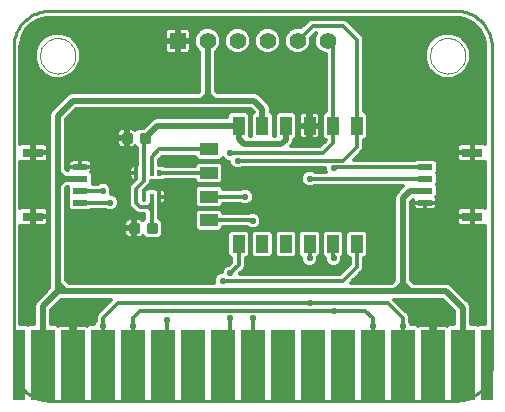
<source format=gtl>
G75*
G70*
%OFA0B0*%
%FSLAX24Y24*%
%IPPOS*%
%LPD*%
%AMOC8*
5,1,8,0,0,1.08239X$1,22.5*
%
%ADD10C,0.0100*%
%ADD11R,0.0787X0.2362*%
%ADD12R,0.0394X0.2362*%
%ADD13C,0.0000*%
%ADD14R,0.0472X0.0197*%
%ADD15R,0.0709X0.0315*%
%ADD16R,0.0550X0.0550*%
%ADD17C,0.0550*%
%ADD18R,0.0394X0.0591*%
%ADD19R,0.0591X0.0394*%
%ADD20R,0.0138X0.0197*%
%ADD21C,0.0088*%
%ADD22C,0.0120*%
%ADD23C,0.0220*%
%ADD24C,0.0200*%
D10*
X000328Y001364D02*
X000328Y011956D01*
X000330Y012023D01*
X000336Y012090D01*
X000345Y012157D01*
X000358Y012223D01*
X000375Y012288D01*
X000395Y012352D01*
X000419Y012415D01*
X000447Y012477D01*
X000478Y012536D01*
X000512Y012594D01*
X000549Y012650D01*
X000590Y012704D01*
X000633Y012756D01*
X000679Y012805D01*
X000728Y012851D01*
X000780Y012894D01*
X000834Y012935D01*
X000890Y012972D01*
X000948Y013006D01*
X001007Y013037D01*
X001069Y013065D01*
X001132Y013089D01*
X001196Y013109D01*
X001261Y013126D01*
X001327Y013139D01*
X001394Y013148D01*
X001461Y013154D01*
X001528Y013156D01*
X015072Y013156D01*
X015139Y013154D01*
X015206Y013148D01*
X015273Y013139D01*
X015339Y013126D01*
X015404Y013109D01*
X015468Y013089D01*
X015531Y013065D01*
X015593Y013037D01*
X015652Y013006D01*
X015710Y012972D01*
X015766Y012935D01*
X015820Y012894D01*
X015872Y012851D01*
X015921Y012805D01*
X015967Y012756D01*
X016010Y012704D01*
X016051Y012650D01*
X016088Y012594D01*
X016122Y012536D01*
X016153Y012477D01*
X016181Y012415D01*
X016205Y012352D01*
X016225Y012288D01*
X016242Y012223D01*
X016255Y012157D01*
X016264Y012090D01*
X016270Y012023D01*
X016272Y011956D01*
X016272Y001364D01*
X016270Y001297D01*
X016264Y001230D01*
X016255Y001163D01*
X016242Y001097D01*
X016225Y001032D01*
X016205Y000968D01*
X016181Y000905D01*
X016153Y000843D01*
X016122Y000784D01*
X016088Y000726D01*
X016051Y000670D01*
X016010Y000616D01*
X015967Y000564D01*
X015921Y000515D01*
X015872Y000469D01*
X015820Y000426D01*
X015766Y000385D01*
X015710Y000348D01*
X015652Y000314D01*
X015593Y000283D01*
X015531Y000255D01*
X015468Y000231D01*
X015404Y000211D01*
X015339Y000194D01*
X015273Y000181D01*
X015206Y000172D01*
X015139Y000166D01*
X015072Y000164D01*
X001528Y000164D01*
X001461Y000166D01*
X001394Y000172D01*
X001327Y000181D01*
X001261Y000194D01*
X001196Y000211D01*
X001132Y000231D01*
X001069Y000255D01*
X001007Y000283D01*
X000948Y000314D01*
X000890Y000348D01*
X000834Y000385D01*
X000780Y000426D01*
X000728Y000469D01*
X000679Y000515D01*
X000633Y000564D01*
X000590Y000616D01*
X000549Y000670D01*
X000512Y000726D01*
X000478Y000784D01*
X000447Y000843D01*
X000419Y000905D01*
X000395Y000968D01*
X000375Y001032D01*
X000358Y001097D01*
X000345Y001163D01*
X000336Y001230D01*
X000330Y001297D01*
X000328Y001364D01*
D11*
X001300Y001348D03*
X002300Y001348D03*
X003300Y001348D03*
X004300Y001348D03*
X005300Y001348D03*
X006300Y001348D03*
X007300Y001348D03*
X008300Y001348D03*
X009300Y001348D03*
X010300Y001348D03*
X011300Y001348D03*
X012300Y001348D03*
X013300Y001348D03*
X014300Y001348D03*
X015300Y001348D03*
D12*
X016095Y001348D03*
X000505Y001348D03*
D13*
X001209Y011660D02*
X001211Y011708D01*
X001217Y011756D01*
X001227Y011803D01*
X001240Y011849D01*
X001258Y011894D01*
X001278Y011938D01*
X001303Y011980D01*
X001331Y012019D01*
X001361Y012056D01*
X001395Y012090D01*
X001432Y012122D01*
X001470Y012151D01*
X001511Y012176D01*
X001554Y012198D01*
X001599Y012216D01*
X001645Y012230D01*
X001692Y012241D01*
X001740Y012248D01*
X001788Y012251D01*
X001836Y012250D01*
X001884Y012245D01*
X001932Y012236D01*
X001978Y012224D01*
X002023Y012207D01*
X002067Y012187D01*
X002109Y012164D01*
X002149Y012137D01*
X002187Y012107D01*
X002222Y012074D01*
X002254Y012038D01*
X002284Y012000D01*
X002310Y011959D01*
X002332Y011916D01*
X002352Y011872D01*
X002367Y011827D01*
X002379Y011780D01*
X002387Y011732D01*
X002391Y011684D01*
X002391Y011636D01*
X002387Y011588D01*
X002379Y011540D01*
X002367Y011493D01*
X002352Y011448D01*
X002332Y011404D01*
X002310Y011361D01*
X002284Y011320D01*
X002254Y011282D01*
X002222Y011246D01*
X002187Y011213D01*
X002149Y011183D01*
X002109Y011156D01*
X002067Y011133D01*
X002023Y011113D01*
X001978Y011096D01*
X001932Y011084D01*
X001884Y011075D01*
X001836Y011070D01*
X001788Y011069D01*
X001740Y011072D01*
X001692Y011079D01*
X001645Y011090D01*
X001599Y011104D01*
X001554Y011122D01*
X001511Y011144D01*
X001470Y011169D01*
X001432Y011198D01*
X001395Y011230D01*
X001361Y011264D01*
X001331Y011301D01*
X001303Y011340D01*
X001278Y011382D01*
X001258Y011426D01*
X001240Y011471D01*
X001227Y011517D01*
X001217Y011564D01*
X001211Y011612D01*
X001209Y011660D01*
X014209Y011660D02*
X014211Y011708D01*
X014217Y011756D01*
X014227Y011803D01*
X014240Y011849D01*
X014258Y011894D01*
X014278Y011938D01*
X014303Y011980D01*
X014331Y012019D01*
X014361Y012056D01*
X014395Y012090D01*
X014432Y012122D01*
X014470Y012151D01*
X014511Y012176D01*
X014554Y012198D01*
X014599Y012216D01*
X014645Y012230D01*
X014692Y012241D01*
X014740Y012248D01*
X014788Y012251D01*
X014836Y012250D01*
X014884Y012245D01*
X014932Y012236D01*
X014978Y012224D01*
X015023Y012207D01*
X015067Y012187D01*
X015109Y012164D01*
X015149Y012137D01*
X015187Y012107D01*
X015222Y012074D01*
X015254Y012038D01*
X015284Y012000D01*
X015310Y011959D01*
X015332Y011916D01*
X015352Y011872D01*
X015367Y011827D01*
X015379Y011780D01*
X015387Y011732D01*
X015391Y011684D01*
X015391Y011636D01*
X015387Y011588D01*
X015379Y011540D01*
X015367Y011493D01*
X015352Y011448D01*
X015332Y011404D01*
X015310Y011361D01*
X015284Y011320D01*
X015254Y011282D01*
X015222Y011246D01*
X015187Y011213D01*
X015149Y011183D01*
X015109Y011156D01*
X015067Y011133D01*
X015023Y011113D01*
X014978Y011096D01*
X014932Y011084D01*
X014884Y011075D01*
X014836Y011070D01*
X014788Y011069D01*
X014740Y011072D01*
X014692Y011079D01*
X014645Y011090D01*
X014599Y011104D01*
X014554Y011122D01*
X014511Y011144D01*
X014470Y011169D01*
X014432Y011198D01*
X014395Y011230D01*
X014361Y011264D01*
X014331Y011301D01*
X014303Y011340D01*
X014278Y011382D01*
X014258Y011426D01*
X014240Y011471D01*
X014227Y011517D01*
X014217Y011564D01*
X014211Y011612D01*
X014209Y011660D01*
D14*
X014050Y007951D03*
X014050Y007557D03*
X014050Y007163D03*
X014050Y006769D03*
X002550Y006769D03*
X002550Y007163D03*
X002550Y007557D03*
X002550Y007951D03*
D15*
X000975Y008423D03*
X000975Y006297D03*
X015625Y006297D03*
X015625Y008423D03*
D16*
X005800Y012160D03*
D17*
X006800Y012160D03*
X007800Y012160D03*
X008800Y012160D03*
X009800Y012160D03*
X010800Y012160D03*
D18*
X010981Y009329D03*
X010194Y009329D03*
X009406Y009329D03*
X008619Y009329D03*
X007831Y009329D03*
X011769Y009329D03*
X011769Y005391D03*
X010981Y005391D03*
X010194Y005391D03*
X009406Y005391D03*
X008619Y005391D03*
X007831Y005391D03*
D19*
X006847Y006179D03*
X006847Y006966D03*
X006847Y007754D03*
X006847Y008541D03*
D20*
X005184Y007754D03*
X004928Y007754D03*
X004672Y007754D03*
X004416Y007754D03*
X004416Y006966D03*
X004672Y006966D03*
X004928Y006966D03*
X005184Y006966D03*
D21*
X005081Y006041D02*
X004819Y006041D01*
X005081Y006041D02*
X005081Y005779D01*
X004819Y005779D01*
X004819Y006041D01*
X004819Y005866D02*
X005081Y005866D01*
X005081Y005953D02*
X004819Y005953D01*
X004819Y006040D02*
X005081Y006040D01*
X004481Y006041D02*
X004219Y006041D01*
X004481Y006041D02*
X004481Y005779D01*
X004219Y005779D01*
X004219Y006041D01*
X004219Y005866D02*
X004481Y005866D01*
X004481Y005953D02*
X004219Y005953D01*
X004219Y006040D02*
X004481Y006040D01*
X004569Y009041D02*
X004831Y009041D01*
X004831Y008779D01*
X004569Y008779D01*
X004569Y009041D01*
X004569Y008866D02*
X004831Y008866D01*
X004831Y008953D02*
X004569Y008953D01*
X004569Y009040D02*
X004831Y009040D01*
X004231Y009041D02*
X003969Y009041D01*
X004231Y009041D02*
X004231Y008779D01*
X003969Y008779D01*
X003969Y009041D01*
X003969Y008866D02*
X004231Y008866D01*
X004231Y008953D02*
X003969Y008953D01*
X003969Y009040D02*
X004231Y009040D01*
D22*
X004128Y009030D02*
X004072Y009030D01*
X004072Y008938D02*
X004072Y009245D01*
X003942Y009245D01*
X003890Y009231D01*
X003844Y009204D01*
X003806Y009166D01*
X003779Y009120D01*
X003765Y009068D01*
X003765Y008938D01*
X004072Y008938D01*
X004128Y008938D01*
X004128Y009245D01*
X004258Y009245D01*
X004310Y009231D01*
X004356Y009204D01*
X004386Y009175D01*
X004476Y009265D01*
X004659Y009265D01*
X004960Y009566D01*
X005063Y009609D01*
X007455Y009609D01*
X007455Y009698D01*
X007560Y009804D01*
X008103Y009804D01*
X008208Y009698D01*
X008208Y008990D01*
X008242Y008990D01*
X008242Y009698D01*
X008329Y009785D01*
X008234Y009880D01*
X002416Y009880D01*
X002080Y009544D01*
X002080Y007876D01*
X002119Y007837D01*
X002154Y007837D01*
X002154Y007951D01*
X002550Y007951D01*
X002550Y008209D01*
X002293Y008209D01*
X002252Y008198D01*
X002216Y008177D01*
X002186Y008147D01*
X002165Y008111D01*
X002154Y008070D01*
X002154Y007951D01*
X002550Y007951D01*
X002550Y007951D01*
X002550Y008209D01*
X002807Y008209D01*
X002848Y008198D01*
X002884Y008177D01*
X002914Y008147D01*
X002935Y008111D01*
X002946Y008070D01*
X002946Y007951D01*
X002550Y007951D01*
X002550Y007951D01*
X002550Y007951D01*
X002946Y007951D01*
X002946Y007831D01*
X002935Y007790D01*
X002924Y007772D01*
X002966Y007730D01*
X002966Y007403D01*
X003133Y007403D01*
X003136Y007406D01*
X003242Y007450D01*
X003358Y007450D01*
X003464Y007406D01*
X003546Y007324D01*
X003590Y007218D01*
X003590Y007102D01*
X003568Y007050D01*
X003608Y007050D01*
X003714Y007006D01*
X003796Y006924D01*
X003840Y006818D01*
X003840Y006702D01*
X003796Y006596D01*
X003714Y006514D01*
X003608Y006470D01*
X003492Y006470D01*
X003386Y006514D01*
X003370Y006529D01*
X002899Y006529D01*
X002861Y006491D01*
X002239Y006491D01*
X002134Y006596D01*
X002134Y006942D01*
X002158Y006966D01*
X002134Y006990D01*
X002134Y007277D01*
X002113Y007277D01*
X002080Y007244D01*
X002080Y004176D01*
X002166Y004090D01*
X007015Y004090D01*
X007010Y004102D01*
X007010Y004218D01*
X007054Y004324D01*
X007136Y004406D01*
X007242Y004450D01*
X007260Y004450D01*
X007260Y004468D01*
X007304Y004574D01*
X007386Y004656D01*
X007492Y004700D01*
X007501Y004700D01*
X007591Y004791D01*
X007591Y004916D01*
X007560Y004916D01*
X007455Y005022D01*
X007455Y005761D01*
X007560Y005867D01*
X008103Y005867D01*
X008208Y005761D01*
X008208Y005022D01*
X008103Y004916D01*
X008071Y004916D01*
X008071Y004644D01*
X008035Y004556D01*
X007879Y004400D01*
X011201Y004400D01*
X011529Y004728D01*
X011529Y004916D01*
X011497Y004916D01*
X011392Y005022D01*
X011392Y005761D01*
X011497Y005867D01*
X012040Y005867D01*
X012145Y005761D01*
X012145Y005022D01*
X012040Y004916D01*
X012009Y004916D01*
X012009Y004581D01*
X011972Y004493D01*
X011569Y004090D01*
X012934Y004090D01*
X013020Y004176D01*
X013020Y006966D01*
X013063Y007069D01*
X013141Y007147D01*
X013311Y007317D01*
X010367Y007317D01*
X010364Y007314D01*
X010258Y007270D01*
X010142Y007270D01*
X010036Y007314D01*
X009954Y007396D01*
X009910Y007502D01*
X009910Y007618D01*
X009954Y007724D01*
X010036Y007806D01*
X010142Y007850D01*
X010258Y007850D01*
X010364Y007806D01*
X010373Y007797D01*
X010733Y007797D01*
X010710Y007852D01*
X010710Y007920D01*
X007970Y007920D01*
X007964Y007914D01*
X007858Y007870D01*
X007742Y007870D01*
X007636Y007914D01*
X007554Y007996D01*
X007510Y008102D01*
X007510Y008120D01*
X007492Y008120D01*
X007386Y008164D01*
X007304Y008246D01*
X007303Y008250D01*
X007217Y008164D01*
X006477Y008164D01*
X006372Y008270D01*
X006372Y008301D01*
X005281Y008301D01*
X005168Y008189D01*
X005168Y008032D01*
X005327Y008032D01*
X005366Y007994D01*
X006372Y007994D01*
X006372Y008025D01*
X006477Y008131D01*
X007217Y008131D01*
X007323Y008025D01*
X007323Y007482D01*
X007217Y007377D01*
X006477Y007377D01*
X006372Y007482D01*
X006372Y007514D01*
X005366Y007514D01*
X005327Y007475D01*
X004912Y007475D01*
X004912Y007434D01*
X004876Y007346D01*
X004754Y007225D01*
X004762Y007225D01*
X004764Y007224D01*
X004784Y007245D01*
X005071Y007245D01*
X005092Y007224D01*
X005094Y007225D01*
X005184Y007225D01*
X005184Y006966D01*
X005184Y006708D01*
X005274Y006708D01*
X005315Y006719D01*
X005351Y006740D01*
X005381Y006770D01*
X005402Y006806D01*
X005413Y006847D01*
X005413Y006966D01*
X005184Y006966D01*
X005184Y006966D01*
X005184Y006966D01*
X005184Y006708D01*
X005168Y006708D01*
X005168Y006265D01*
X005174Y006265D01*
X005305Y006134D01*
X005305Y005686D01*
X005174Y005555D01*
X004726Y005555D01*
X004636Y005645D01*
X004606Y005616D01*
X004560Y005589D01*
X004508Y005575D01*
X004378Y005575D01*
X004378Y005882D01*
X004322Y005882D01*
X004322Y005575D01*
X004192Y005575D01*
X004140Y005589D01*
X004094Y005616D01*
X004056Y005654D01*
X004029Y005700D01*
X004015Y005752D01*
X004015Y005882D01*
X004322Y005882D01*
X004322Y005938D01*
X004322Y006245D01*
X004192Y006245D01*
X004140Y006231D01*
X004094Y006204D01*
X004056Y006166D01*
X004029Y006120D01*
X004015Y006068D01*
X004015Y005938D01*
X004322Y005938D01*
X004378Y005938D01*
X004378Y006245D01*
X004508Y006245D01*
X004560Y006231D01*
X004606Y006204D01*
X004636Y006175D01*
X004688Y006227D01*
X004688Y006370D01*
X004502Y006370D01*
X004414Y006407D01*
X004347Y006474D01*
X004213Y006608D01*
X004176Y006696D01*
X004176Y006784D01*
X004167Y006793D01*
X004167Y007139D01*
X004176Y007148D01*
X004176Y007274D01*
X004213Y007362D01*
X004280Y007430D01*
X004280Y007430D01*
X004346Y007495D01*
X004326Y007495D01*
X004285Y007506D01*
X004249Y007527D01*
X004219Y007557D01*
X004198Y007594D01*
X004187Y007634D01*
X004187Y007754D01*
X004416Y007754D01*
X004416Y008012D01*
X004326Y008012D01*
X004285Y008001D01*
X004249Y007980D01*
X004219Y007950D01*
X004198Y007914D01*
X004187Y007873D01*
X004187Y007754D01*
X004416Y007754D01*
X004416Y007754D01*
X004416Y007754D01*
X004416Y008012D01*
X004432Y008012D01*
X004432Y008599D01*
X004386Y008645D01*
X004356Y008616D01*
X004310Y008589D01*
X004258Y008575D01*
X004128Y008575D01*
X004128Y008882D01*
X004072Y008882D01*
X004072Y008575D01*
X003942Y008575D01*
X003890Y008589D01*
X003844Y008616D01*
X003806Y008654D01*
X003779Y008700D01*
X003765Y008752D01*
X003765Y008882D01*
X004072Y008882D01*
X004072Y008938D01*
X004072Y008912D02*
X002080Y008912D01*
X002080Y009030D02*
X003765Y009030D01*
X003795Y009149D02*
X002080Y009149D01*
X002080Y009267D02*
X004661Y009267D01*
X004780Y009386D02*
X002080Y009386D01*
X002080Y009504D02*
X004898Y009504D01*
X004700Y008910D02*
X004672Y008882D01*
X004672Y007754D01*
X004672Y007482D01*
X004416Y007226D01*
X004416Y006966D01*
X004416Y006744D01*
X004550Y006610D01*
X004800Y006610D01*
X004900Y006510D01*
X004928Y006610D02*
X004928Y005932D01*
X004647Y006186D02*
X004625Y006186D01*
X004688Y006304D02*
X002080Y006304D01*
X002080Y006186D02*
X004075Y006186D01*
X004015Y006067D02*
X002080Y006067D01*
X002080Y005949D02*
X004015Y005949D01*
X004015Y005830D02*
X002080Y005830D01*
X002080Y005712D02*
X004026Y005712D01*
X004132Y005593D02*
X002080Y005593D01*
X002080Y005475D02*
X007455Y005475D01*
X007455Y005593D02*
X005212Y005593D01*
X005305Y005712D02*
X007455Y005712D01*
X007524Y005830D02*
X007246Y005830D01*
X007217Y005802D02*
X007323Y005907D01*
X007323Y005939D01*
X008111Y005939D01*
X008136Y005914D01*
X008242Y005870D01*
X008358Y005870D01*
X008464Y005914D01*
X008546Y005996D01*
X008590Y006102D01*
X008590Y006218D01*
X008546Y006324D01*
X008464Y006406D01*
X008358Y006450D01*
X008242Y006450D01*
X008167Y006419D01*
X007323Y006419D01*
X007323Y006450D01*
X007217Y006556D01*
X006477Y006556D01*
X006372Y006450D01*
X006372Y005907D01*
X006477Y005802D01*
X007217Y005802D01*
X007455Y005356D02*
X002080Y005356D01*
X002080Y005238D02*
X007455Y005238D01*
X007455Y005119D02*
X002080Y005119D01*
X002080Y005001D02*
X007475Y005001D01*
X007591Y004882D02*
X002080Y004882D01*
X002080Y004764D02*
X007565Y004764D01*
X007375Y004645D02*
X002080Y004645D01*
X002080Y004527D02*
X007285Y004527D01*
X007142Y004408D02*
X002080Y004408D01*
X002080Y004290D02*
X007040Y004290D01*
X007010Y004171D02*
X002084Y004171D01*
X001520Y004171D02*
X000558Y004171D01*
X000558Y004053D02*
X001520Y004053D01*
X001520Y003934D02*
X000558Y003934D01*
X000558Y003816D02*
X001410Y003816D01*
X001520Y003926D02*
X001063Y003469D01*
X001020Y003366D01*
X001020Y002742D01*
X001010Y002718D01*
X001010Y002709D01*
X000832Y002709D01*
X000804Y002681D01*
X000776Y002709D01*
X000558Y002709D01*
X000558Y005991D01*
X000559Y005990D01*
X000600Y005980D01*
X000956Y005980D01*
X000956Y006278D01*
X000994Y006278D01*
X000994Y005980D01*
X001351Y005980D01*
X001391Y005990D01*
X001428Y006011D01*
X001458Y006041D01*
X001479Y006078D01*
X001490Y006118D01*
X001490Y006278D01*
X000994Y006278D01*
X000994Y006316D01*
X000956Y006316D01*
X000956Y006614D01*
X000600Y006614D01*
X000559Y006604D01*
X000558Y006603D01*
X000558Y008117D01*
X000559Y008116D01*
X000600Y008106D01*
X000956Y008106D01*
X000956Y008404D01*
X000994Y008404D01*
X000994Y008106D01*
X001351Y008106D01*
X001391Y008116D01*
X001428Y008137D01*
X001458Y008167D01*
X001479Y008204D01*
X001490Y008244D01*
X001490Y008404D01*
X000994Y008404D01*
X000994Y008442D01*
X000956Y008442D01*
X000956Y008740D01*
X000600Y008740D01*
X000559Y008730D01*
X000558Y008729D01*
X000558Y011956D01*
X000566Y012083D01*
X000631Y012327D01*
X000758Y012547D01*
X000937Y012726D01*
X001156Y012852D01*
X001401Y012918D01*
X001528Y012926D01*
X015072Y012926D01*
X015199Y012918D01*
X015444Y012852D01*
X015663Y012726D01*
X015842Y012547D01*
X015969Y012327D01*
X016034Y012083D01*
X016042Y011956D01*
X016042Y008729D01*
X016041Y008730D01*
X016000Y008740D01*
X015644Y008740D01*
X015644Y008442D01*
X015606Y008442D01*
X015606Y008740D01*
X015249Y008740D01*
X015209Y008730D01*
X015172Y008709D01*
X015142Y008679D01*
X015121Y008642D01*
X015110Y008602D01*
X015110Y008442D01*
X015606Y008442D01*
X015606Y008404D01*
X015644Y008404D01*
X015644Y008106D01*
X016000Y008106D01*
X016041Y008116D01*
X016042Y008117D01*
X016042Y006603D01*
X016041Y006604D01*
X016000Y006614D01*
X015644Y006614D01*
X015644Y006316D01*
X015606Y006316D01*
X015606Y006614D01*
X015249Y006614D01*
X015209Y006604D01*
X015172Y006583D01*
X015142Y006553D01*
X015121Y006516D01*
X015110Y006476D01*
X015110Y006316D01*
X015606Y006316D01*
X015606Y006278D01*
X015644Y006278D01*
X015644Y005980D01*
X016000Y005980D01*
X016041Y005990D01*
X016042Y005991D01*
X016042Y002709D01*
X015824Y002709D01*
X015796Y002681D01*
X015768Y002709D01*
X015590Y002709D01*
X015590Y002718D01*
X015580Y002742D01*
X015580Y003316D01*
X015537Y003419D01*
X014987Y003969D01*
X014909Y004047D01*
X014806Y004090D01*
X013666Y004090D01*
X013580Y004176D01*
X013580Y006794D01*
X013654Y006868D01*
X013654Y006769D01*
X013654Y006650D01*
X013665Y006609D01*
X013686Y006573D01*
X013716Y006543D01*
X013752Y006522D01*
X013793Y006511D01*
X014050Y006511D01*
X014307Y006511D01*
X014348Y006522D01*
X014384Y006543D01*
X014414Y006573D01*
X014435Y006609D01*
X014446Y006650D01*
X014446Y006769D01*
X014050Y006769D01*
X014050Y006511D01*
X014050Y006769D01*
X014050Y006769D01*
X014050Y006769D01*
X013654Y006769D01*
X014050Y006769D01*
X014050Y006769D01*
X014446Y006769D01*
X014446Y006889D01*
X014435Y006930D01*
X014424Y006948D01*
X014466Y006990D01*
X014466Y007336D01*
X014442Y007360D01*
X014466Y007384D01*
X014466Y007730D01*
X014442Y007754D01*
X014466Y007778D01*
X014466Y008124D01*
X014361Y008229D01*
X013739Y008229D01*
X013701Y008191D01*
X011670Y008191D01*
X011972Y008493D01*
X012009Y008581D01*
X012009Y008853D01*
X012040Y008853D01*
X012145Y008959D01*
X012145Y009698D01*
X012040Y009804D01*
X012009Y009804D01*
X012009Y012239D01*
X011972Y012327D01*
X011503Y012796D01*
X011436Y012863D01*
X011348Y012900D01*
X010252Y012900D01*
X010164Y012863D01*
X009908Y012608D01*
X009891Y012615D01*
X009709Y012615D01*
X009542Y012546D01*
X009414Y012418D01*
X009345Y012251D01*
X009345Y012069D01*
X009414Y011902D01*
X009542Y011774D01*
X009709Y011705D01*
X009891Y011705D01*
X010058Y011774D01*
X010186Y011902D01*
X010255Y012069D01*
X010255Y012251D01*
X010248Y012268D01*
X010399Y012420D01*
X010417Y012420D01*
X010414Y012418D01*
X010345Y012251D01*
X010345Y012069D01*
X010414Y011902D01*
X010542Y011774D01*
X010709Y011705D01*
X010741Y011705D01*
X010741Y009804D01*
X010710Y009804D01*
X010604Y009698D01*
X010604Y008959D01*
X010710Y008853D01*
X010741Y008853D01*
X010741Y008841D01*
X010551Y008650D01*
X009586Y008650D01*
X009644Y008708D01*
X009686Y008811D01*
X009686Y008862D01*
X009783Y008959D01*
X009783Y009698D01*
X009678Y009804D01*
X009135Y009804D01*
X009029Y009698D01*
X009029Y008990D01*
X008996Y008990D01*
X008996Y009698D01*
X008899Y009795D01*
X008899Y009947D01*
X008856Y010050D01*
X008587Y010319D01*
X008509Y010397D01*
X008406Y010440D01*
X007116Y010440D01*
X007080Y010476D01*
X007080Y011797D01*
X007186Y011902D01*
X007255Y012069D01*
X007255Y012251D01*
X007186Y012418D01*
X007058Y012546D01*
X006891Y012615D01*
X006709Y012615D01*
X006542Y012546D01*
X006414Y012418D01*
X006345Y012251D01*
X006345Y012069D01*
X006414Y011902D01*
X006520Y011797D01*
X006520Y010476D01*
X006484Y010440D01*
X002244Y010440D01*
X002141Y010397D01*
X001641Y009897D01*
X001563Y009819D01*
X001520Y009716D01*
X001520Y003926D01*
X001292Y003697D02*
X000558Y003697D01*
X000558Y003579D02*
X001173Y003579D01*
X001059Y003460D02*
X000558Y003460D01*
X000558Y003342D02*
X001020Y003342D01*
X001020Y003223D02*
X000558Y003223D01*
X000558Y003105D02*
X001020Y003105D01*
X001020Y002986D02*
X000558Y002986D01*
X000558Y002868D02*
X001020Y002868D01*
X001020Y002749D02*
X000558Y002749D01*
X001580Y002749D02*
X003023Y002749D01*
X003010Y002718D02*
X003010Y002709D01*
X002832Y002709D01*
X002784Y002662D01*
X002755Y002678D01*
X002715Y002689D01*
X002360Y002689D01*
X002360Y001408D01*
X002240Y001408D01*
X002240Y002689D01*
X001885Y002689D01*
X001845Y002678D01*
X001816Y002662D01*
X001768Y002709D01*
X001590Y002709D01*
X001590Y002718D01*
X001580Y002742D01*
X001580Y003194D01*
X001916Y003530D01*
X002106Y003530D01*
X003581Y003530D01*
X003164Y003113D01*
X003097Y003046D01*
X003060Y002958D01*
X003060Y002830D01*
X003054Y002824D01*
X003010Y002718D01*
X003060Y002868D02*
X001580Y002868D01*
X001580Y002986D02*
X003072Y002986D01*
X003156Y003105D02*
X001580Y003105D01*
X001609Y003223D02*
X003274Y003223D01*
X003393Y003342D02*
X001728Y003342D01*
X001846Y003460D02*
X003511Y003460D01*
X003800Y003410D02*
X003300Y002910D01*
X003300Y002660D01*
X003300Y001348D01*
X002360Y001446D02*
X002240Y001446D01*
X002240Y001564D02*
X002360Y001564D01*
X002360Y001683D02*
X002240Y001683D01*
X002240Y001801D02*
X002360Y001801D01*
X002360Y001920D02*
X002240Y001920D01*
X002240Y002038D02*
X002360Y002038D01*
X002360Y002157D02*
X002240Y002157D01*
X002240Y002275D02*
X002360Y002275D01*
X002360Y002394D02*
X002240Y002394D01*
X002240Y002512D02*
X002360Y002512D01*
X002360Y002631D02*
X002240Y002631D01*
X003800Y003410D02*
X010200Y003410D01*
X012805Y003410D01*
X013300Y002915D01*
X013300Y002660D01*
X013300Y001348D01*
X014240Y001408D02*
X014240Y002689D01*
X013885Y002689D01*
X013845Y002678D01*
X013816Y002662D01*
X013768Y002709D01*
X013590Y002709D01*
X013590Y002718D01*
X013546Y002824D01*
X013540Y002830D01*
X013540Y002963D01*
X013503Y003051D01*
X013024Y003530D01*
X013606Y003530D01*
X014634Y003530D01*
X015020Y003144D01*
X015020Y002742D01*
X015010Y002718D01*
X015010Y002709D01*
X014832Y002709D01*
X014784Y002662D01*
X014755Y002678D01*
X014715Y002689D01*
X014360Y002689D01*
X014360Y001408D01*
X014240Y001408D01*
X014240Y001446D02*
X014360Y001446D01*
X014360Y001564D02*
X014240Y001564D01*
X014240Y001683D02*
X014360Y001683D01*
X014360Y001801D02*
X014240Y001801D01*
X014240Y001920D02*
X014360Y001920D01*
X014360Y002038D02*
X014240Y002038D01*
X014240Y002157D02*
X014360Y002157D01*
X014360Y002275D02*
X014240Y002275D01*
X014240Y002394D02*
X014360Y002394D01*
X014360Y002512D02*
X014240Y002512D01*
X014240Y002631D02*
X014360Y002631D01*
X015020Y002749D02*
X013577Y002749D01*
X013540Y002868D02*
X015020Y002868D01*
X015020Y002986D02*
X013530Y002986D01*
X013449Y003105D02*
X015020Y003105D01*
X014941Y003223D02*
X013331Y003223D01*
X013212Y003342D02*
X014822Y003342D01*
X014704Y003460D02*
X013094Y003460D01*
X013016Y004171D02*
X011651Y004171D01*
X011769Y004290D02*
X013020Y004290D01*
X013020Y004408D02*
X011888Y004408D01*
X011986Y004527D02*
X013020Y004527D01*
X013020Y004645D02*
X012009Y004645D01*
X012009Y004764D02*
X013020Y004764D01*
X013020Y004882D02*
X012009Y004882D01*
X012125Y005001D02*
X013020Y005001D01*
X013020Y005119D02*
X012145Y005119D01*
X012145Y005238D02*
X013020Y005238D01*
X013020Y005356D02*
X012145Y005356D01*
X012145Y005475D02*
X013020Y005475D01*
X013020Y005593D02*
X012145Y005593D01*
X012145Y005712D02*
X013020Y005712D01*
X013020Y005830D02*
X012076Y005830D01*
X011769Y005391D02*
X011769Y004629D01*
X011300Y004160D01*
X007300Y004160D01*
X007550Y004410D02*
X007831Y004691D01*
X007831Y005391D01*
X008208Y005356D02*
X008242Y005356D01*
X008242Y005238D02*
X008208Y005238D01*
X008208Y005119D02*
X008242Y005119D01*
X008242Y005022D02*
X008347Y004916D01*
X008890Y004916D01*
X008996Y005022D01*
X008996Y005761D01*
X008890Y005867D01*
X008347Y005867D01*
X008242Y005761D01*
X008242Y005022D01*
X008263Y005001D02*
X008188Y005001D01*
X008071Y004882D02*
X009910Y004882D01*
X009910Y004852D02*
X009954Y004746D01*
X010036Y004664D01*
X010142Y004620D01*
X010258Y004620D01*
X010364Y004664D01*
X010446Y004746D01*
X010490Y004852D01*
X010490Y004941D01*
X010571Y005022D01*
X010571Y005761D01*
X010465Y005867D01*
X009922Y005867D01*
X009817Y005761D01*
X009817Y005022D01*
X009910Y004929D01*
X009910Y004852D01*
X009947Y004764D02*
X008071Y004764D01*
X008071Y004645D02*
X010081Y004645D01*
X010319Y004645D02*
X010881Y004645D01*
X010836Y004664D02*
X010942Y004620D01*
X011058Y004620D01*
X011164Y004664D01*
X011246Y004746D01*
X011290Y004852D01*
X011290Y004954D01*
X011358Y005022D01*
X011358Y005761D01*
X011253Y005867D01*
X010710Y005867D01*
X010604Y005761D01*
X010604Y005022D01*
X010710Y004916D01*
X010710Y004852D01*
X010754Y004746D01*
X010836Y004664D01*
X010747Y004764D02*
X010453Y004764D01*
X010490Y004882D02*
X010710Y004882D01*
X010710Y004916D02*
X010710Y004916D01*
X010625Y005001D02*
X010550Y005001D01*
X010571Y005119D02*
X010604Y005119D01*
X010604Y005238D02*
X010571Y005238D01*
X010571Y005356D02*
X010604Y005356D01*
X010604Y005475D02*
X010571Y005475D01*
X010571Y005593D02*
X010604Y005593D01*
X010604Y005712D02*
X010571Y005712D01*
X010501Y005830D02*
X010673Y005830D01*
X010981Y005391D02*
X010981Y004929D01*
X011000Y004910D01*
X011119Y004645D02*
X011446Y004645D01*
X011529Y004764D02*
X011253Y004764D01*
X011290Y004882D02*
X011529Y004882D01*
X011412Y005001D02*
X011337Y005001D01*
X011358Y005119D02*
X011392Y005119D01*
X011392Y005238D02*
X011358Y005238D01*
X011358Y005356D02*
X011392Y005356D01*
X011392Y005475D02*
X011358Y005475D01*
X011358Y005593D02*
X011392Y005593D01*
X011392Y005712D02*
X011358Y005712D01*
X011289Y005830D02*
X011461Y005830D01*
X010194Y005391D02*
X010194Y004916D01*
X010200Y004910D01*
X009838Y005001D02*
X009762Y005001D01*
X009783Y005022D02*
X009783Y005761D01*
X009678Y005867D01*
X009135Y005867D01*
X009029Y005761D01*
X009029Y005022D01*
X009135Y004916D01*
X009678Y004916D01*
X009783Y005022D01*
X009783Y005119D02*
X009817Y005119D01*
X009817Y005238D02*
X009783Y005238D01*
X009783Y005356D02*
X009817Y005356D01*
X009817Y005475D02*
X009783Y005475D01*
X009783Y005593D02*
X009817Y005593D01*
X009817Y005712D02*
X009783Y005712D01*
X009714Y005830D02*
X009886Y005830D01*
X009099Y005830D02*
X008927Y005830D01*
X008996Y005712D02*
X009029Y005712D01*
X009029Y005593D02*
X008996Y005593D01*
X008996Y005475D02*
X009029Y005475D01*
X009029Y005356D02*
X008996Y005356D01*
X008996Y005238D02*
X009029Y005238D01*
X009029Y005119D02*
X008996Y005119D01*
X008975Y005001D02*
X009050Y005001D01*
X008242Y005475D02*
X008208Y005475D01*
X008208Y005593D02*
X008242Y005593D01*
X008242Y005712D02*
X008208Y005712D01*
X008139Y005830D02*
X008311Y005830D01*
X008499Y005949D02*
X013020Y005949D01*
X013020Y006067D02*
X008576Y006067D01*
X008590Y006186D02*
X013020Y006186D01*
X013020Y006304D02*
X008554Y006304D01*
X008423Y006423D02*
X013020Y006423D01*
X013020Y006541D02*
X007231Y006541D01*
X007217Y006589D02*
X007323Y006695D01*
X007323Y006726D01*
X007874Y006726D01*
X007886Y006714D01*
X007992Y006670D01*
X008108Y006670D01*
X008214Y006714D01*
X008296Y006796D01*
X008340Y006902D01*
X008340Y007018D01*
X008296Y007124D01*
X008214Y007206D01*
X008108Y007250D01*
X007992Y007250D01*
X007887Y007206D01*
X007323Y007206D01*
X007323Y007238D01*
X007217Y007343D01*
X006477Y007343D01*
X006372Y007238D01*
X006372Y006695D01*
X006477Y006589D01*
X007217Y006589D01*
X007288Y006660D02*
X013020Y006660D01*
X013020Y006779D02*
X008279Y006779D01*
X008338Y006897D02*
X013020Y006897D01*
X013041Y007016D02*
X008340Y007016D01*
X008286Y007134D02*
X013128Y007134D01*
X013247Y007253D02*
X007308Y007253D01*
X007323Y007490D02*
X009915Y007490D01*
X009910Y007608D02*
X007323Y007608D01*
X007323Y007727D02*
X009956Y007727D01*
X010130Y007845D02*
X007323Y007845D01*
X007323Y007964D02*
X007586Y007964D01*
X007518Y008082D02*
X007266Y008082D01*
X007253Y008201D02*
X007349Y008201D01*
X007550Y008410D02*
X010650Y008410D01*
X010981Y008741D01*
X010981Y009329D01*
X010981Y011979D01*
X010800Y012160D01*
X010377Y011993D02*
X010223Y011993D01*
X010255Y012111D02*
X010345Y012111D01*
X010345Y012230D02*
X010255Y012230D01*
X010327Y012348D02*
X010385Y012348D01*
X010300Y012660D02*
X009800Y012160D01*
X009385Y012348D02*
X009215Y012348D01*
X009186Y012418D02*
X009058Y012546D01*
X008891Y012615D01*
X008709Y012615D01*
X008542Y012546D01*
X008414Y012418D01*
X008345Y012251D01*
X008345Y012069D01*
X008414Y011902D01*
X008542Y011774D01*
X008709Y011705D01*
X008891Y011705D01*
X009058Y011774D01*
X009186Y011902D01*
X009255Y012069D01*
X009255Y012251D01*
X009186Y012418D01*
X009137Y012467D02*
X009463Y012467D01*
X009637Y012585D02*
X008963Y012585D01*
X008637Y012585D02*
X007963Y012585D01*
X007891Y012615D02*
X008058Y012546D01*
X008186Y012418D01*
X008255Y012251D01*
X008255Y012069D01*
X008186Y011902D01*
X008058Y011774D01*
X007891Y011705D01*
X007709Y011705D01*
X007542Y011774D01*
X007414Y011902D01*
X007345Y012069D01*
X007345Y012251D01*
X007414Y012418D01*
X007542Y012546D01*
X007709Y012615D01*
X007891Y012615D01*
X007637Y012585D02*
X006963Y012585D01*
X007137Y012467D02*
X007463Y012467D01*
X007385Y012348D02*
X007215Y012348D01*
X007255Y012230D02*
X007345Y012230D01*
X007345Y012111D02*
X007255Y012111D01*
X007223Y011993D02*
X007377Y011993D01*
X007443Y011874D02*
X007157Y011874D01*
X007080Y011756D02*
X007588Y011756D01*
X008012Y011756D02*
X008588Y011756D01*
X008443Y011874D02*
X008157Y011874D01*
X008223Y011993D02*
X008377Y011993D01*
X008345Y012111D02*
X008255Y012111D01*
X008255Y012230D02*
X008345Y012230D01*
X008385Y012348D02*
X008215Y012348D01*
X008137Y012467D02*
X008463Y012467D01*
X009255Y012230D02*
X009345Y012230D01*
X009345Y012111D02*
X009255Y012111D01*
X009223Y011993D02*
X009377Y011993D01*
X009443Y011874D02*
X009157Y011874D01*
X009012Y011756D02*
X009588Y011756D01*
X010012Y011756D02*
X010588Y011756D01*
X010443Y011874D02*
X010157Y011874D01*
X010741Y011637D02*
X007080Y011637D01*
X007080Y011519D02*
X010741Y011519D01*
X010741Y011400D02*
X007080Y011400D01*
X007080Y011282D02*
X010741Y011282D01*
X010741Y011163D02*
X007080Y011163D01*
X007080Y011045D02*
X010741Y011045D01*
X010741Y010926D02*
X007080Y010926D01*
X007080Y010808D02*
X010741Y010808D01*
X010741Y010689D02*
X007080Y010689D01*
X007080Y010571D02*
X010741Y010571D01*
X010741Y010452D02*
X007104Y010452D01*
X006520Y010571D02*
X000558Y010571D01*
X000558Y010689D02*
X006520Y010689D01*
X006520Y010808D02*
X000558Y010808D01*
X000558Y010926D02*
X001558Y010926D01*
X001647Y010889D02*
X001953Y010889D01*
X002236Y011007D01*
X002453Y011224D01*
X002571Y011507D01*
X002571Y011813D01*
X002453Y012096D01*
X002236Y012313D01*
X001953Y012431D01*
X001647Y012431D01*
X001364Y012313D01*
X001147Y012096D01*
X001029Y011813D01*
X001029Y011507D01*
X001147Y011224D01*
X001364Y011007D01*
X001647Y010889D01*
X001326Y011045D02*
X000558Y011045D01*
X000558Y011163D02*
X001207Y011163D01*
X001123Y011282D02*
X000558Y011282D01*
X000558Y011400D02*
X001074Y011400D01*
X001029Y011519D02*
X000558Y011519D01*
X000558Y011637D02*
X001029Y011637D01*
X001029Y011756D02*
X000558Y011756D01*
X000558Y011874D02*
X001055Y011874D01*
X001104Y011993D02*
X000560Y011993D01*
X000573Y012111D02*
X001161Y012111D01*
X001280Y012230D02*
X000605Y012230D01*
X000643Y012348D02*
X001447Y012348D01*
X001104Y012822D02*
X010123Y012822D01*
X010004Y012704D02*
X000915Y012704D01*
X000796Y012585D02*
X005467Y012585D01*
X005463Y012584D02*
X005427Y012563D01*
X005397Y012533D01*
X005376Y012497D01*
X005365Y012456D01*
X005365Y012188D01*
X005772Y012188D01*
X005772Y012595D01*
X005504Y012595D01*
X005463Y012584D01*
X005368Y012467D02*
X000712Y012467D01*
X002153Y012348D02*
X005365Y012348D01*
X005365Y012230D02*
X002320Y012230D01*
X002439Y012111D02*
X005365Y012111D01*
X005365Y012132D02*
X005365Y011864D01*
X005376Y011823D01*
X005397Y011787D01*
X005427Y011757D01*
X005463Y011736D01*
X005504Y011725D01*
X005772Y011725D01*
X005772Y012132D01*
X005828Y012132D01*
X005828Y012188D01*
X005772Y012188D01*
X005772Y012132D01*
X005365Y012132D01*
X005365Y011993D02*
X002496Y011993D01*
X002545Y011874D02*
X005365Y011874D01*
X005429Y011756D02*
X002571Y011756D01*
X002571Y011637D02*
X006520Y011637D01*
X006520Y011519D02*
X002571Y011519D01*
X002526Y011400D02*
X006520Y011400D01*
X006520Y011282D02*
X002477Y011282D01*
X002393Y011163D02*
X006520Y011163D01*
X006520Y011045D02*
X002274Y011045D01*
X002042Y010926D02*
X006520Y010926D01*
X006496Y010452D02*
X000558Y010452D01*
X000558Y010334D02*
X002078Y010334D01*
X001959Y010215D02*
X000558Y010215D01*
X000558Y010097D02*
X001841Y010097D01*
X001722Y009978D02*
X000558Y009978D01*
X000558Y009860D02*
X001604Y009860D01*
X001530Y009741D02*
X000558Y009741D01*
X000558Y009623D02*
X001520Y009623D01*
X001520Y009504D02*
X000558Y009504D01*
X000558Y009386D02*
X001520Y009386D01*
X001520Y009267D02*
X000558Y009267D01*
X000558Y009149D02*
X001520Y009149D01*
X001520Y009030D02*
X000558Y009030D01*
X000558Y008912D02*
X001520Y008912D01*
X001520Y008793D02*
X000558Y008793D01*
X000956Y008675D02*
X000994Y008675D01*
X000994Y008740D02*
X000994Y008442D01*
X001490Y008442D01*
X001490Y008602D01*
X001479Y008642D01*
X001458Y008679D01*
X001428Y008709D01*
X001391Y008730D01*
X001351Y008740D01*
X000994Y008740D01*
X000994Y008556D02*
X000956Y008556D01*
X000994Y008438D02*
X001520Y008438D01*
X001520Y008556D02*
X001490Y008556D01*
X001460Y008675D02*
X001520Y008675D01*
X001520Y008319D02*
X001490Y008319D01*
X001477Y008201D02*
X001520Y008201D01*
X001520Y008082D02*
X000558Y008082D01*
X000558Y007964D02*
X001520Y007964D01*
X001520Y007845D02*
X000558Y007845D01*
X000558Y007727D02*
X001520Y007727D01*
X001520Y007608D02*
X000558Y007608D01*
X000558Y007490D02*
X001520Y007490D01*
X001520Y007371D02*
X000558Y007371D01*
X000558Y007253D02*
X001520Y007253D01*
X001520Y007134D02*
X000558Y007134D01*
X000558Y007016D02*
X001520Y007016D01*
X001520Y006897D02*
X000558Y006897D01*
X000558Y006779D02*
X001520Y006779D01*
X001520Y006660D02*
X000558Y006660D01*
X000956Y006541D02*
X000994Y006541D01*
X000994Y006614D02*
X000994Y006316D01*
X001490Y006316D01*
X001490Y006476D01*
X001479Y006516D01*
X001458Y006553D01*
X001428Y006583D01*
X001391Y006604D01*
X001351Y006614D01*
X000994Y006614D01*
X000994Y006423D02*
X000956Y006423D01*
X000994Y006304D02*
X001520Y006304D01*
X001520Y006186D02*
X001490Y006186D01*
X001473Y006067D02*
X001520Y006067D01*
X001520Y005949D02*
X000558Y005949D01*
X000558Y005830D02*
X001520Y005830D01*
X001520Y005712D02*
X000558Y005712D01*
X000558Y005593D02*
X001520Y005593D01*
X001520Y005475D02*
X000558Y005475D01*
X000558Y005356D02*
X001520Y005356D01*
X001520Y005238D02*
X000558Y005238D01*
X000558Y005119D02*
X001520Y005119D01*
X001520Y005001D02*
X000558Y005001D01*
X000558Y004882D02*
X001520Y004882D01*
X001520Y004764D02*
X000558Y004764D01*
X000558Y004645D02*
X001520Y004645D01*
X001520Y004527D02*
X000558Y004527D01*
X000558Y004408D02*
X001520Y004408D01*
X001520Y004290D02*
X000558Y004290D01*
X000956Y006067D02*
X000994Y006067D01*
X000994Y006186D02*
X000956Y006186D01*
X001464Y006541D02*
X001520Y006541D01*
X001520Y006423D02*
X001490Y006423D01*
X002080Y006423D02*
X004398Y006423D01*
X004279Y006541D02*
X003742Y006541D01*
X003822Y006660D02*
X004191Y006660D01*
X004176Y006779D02*
X003840Y006779D01*
X003807Y006897D02*
X004167Y006897D01*
X004167Y007016D02*
X003691Y007016D01*
X003590Y007134D02*
X004167Y007134D01*
X004176Y007253D02*
X003576Y007253D01*
X003499Y007371D02*
X004222Y007371D01*
X004340Y007490D02*
X002966Y007490D01*
X002966Y007608D02*
X004194Y007608D01*
X004187Y007727D02*
X002966Y007727D01*
X002946Y007845D02*
X004187Y007845D01*
X004232Y007964D02*
X002946Y007964D01*
X002943Y008082D02*
X004432Y008082D01*
X004432Y008201D02*
X002839Y008201D01*
X002550Y008201D02*
X002550Y008201D01*
X002550Y008082D02*
X002550Y008082D01*
X002550Y007964D02*
X002550Y007964D01*
X002261Y008201D02*
X002080Y008201D01*
X002080Y008319D02*
X004432Y008319D01*
X004432Y008438D02*
X002080Y008438D01*
X002080Y008556D02*
X004432Y008556D01*
X004128Y008675D02*
X004072Y008675D01*
X004072Y008793D02*
X004128Y008793D01*
X003794Y008675D02*
X002080Y008675D01*
X002080Y008793D02*
X003765Y008793D01*
X004072Y009149D02*
X004128Y009149D01*
X004928Y008288D02*
X004928Y007754D01*
X005184Y007754D02*
X006847Y007754D01*
X006429Y008082D02*
X005168Y008082D01*
X005180Y008201D02*
X006441Y008201D01*
X006847Y008541D02*
X005181Y008541D01*
X004928Y008288D01*
X004416Y007964D02*
X004416Y007964D01*
X004416Y007845D02*
X004416Y007845D01*
X004416Y007754D02*
X004423Y007754D01*
X004423Y007754D01*
X004416Y007754D01*
X004416Y007754D01*
X004416Y007566D01*
X004416Y007566D01*
X004416Y007754D01*
X004416Y007754D01*
X004416Y007727D02*
X004416Y007727D01*
X004416Y007608D02*
X004416Y007608D01*
X004672Y007182D02*
X004900Y007410D01*
X005050Y007410D01*
X004886Y007371D02*
X009979Y007371D01*
X010200Y007560D02*
X010203Y007557D01*
X014050Y007557D01*
X014050Y007951D02*
X011041Y007951D01*
X011000Y007910D01*
X010713Y007845D02*
X010270Y007845D01*
X010575Y008675D02*
X009610Y008675D01*
X009679Y008793D02*
X010694Y008793D01*
X010651Y008912D02*
X010495Y008912D01*
X010489Y008905D02*
X010519Y008935D01*
X010540Y008971D01*
X010551Y009012D01*
X010551Y009290D01*
X010232Y009290D01*
X010232Y008873D01*
X010412Y008873D01*
X010452Y008884D01*
X010489Y008905D01*
X010551Y009030D02*
X010604Y009030D01*
X010604Y009149D02*
X010551Y009149D01*
X010551Y009267D02*
X010604Y009267D01*
X010551Y009367D02*
X010551Y009645D01*
X010540Y009686D01*
X010519Y009722D01*
X010489Y009752D01*
X010452Y009773D01*
X010412Y009784D01*
X010232Y009784D01*
X010232Y009367D01*
X010155Y009367D01*
X010155Y009290D01*
X009837Y009290D01*
X009837Y009012D01*
X009848Y008971D01*
X009869Y008935D01*
X009899Y008905D01*
X009935Y008884D01*
X009976Y008873D01*
X010155Y008873D01*
X010155Y009290D01*
X010232Y009290D01*
X010232Y009367D01*
X010551Y009367D01*
X010551Y009386D02*
X010604Y009386D01*
X010604Y009504D02*
X010551Y009504D01*
X010551Y009623D02*
X010604Y009623D01*
X010647Y009741D02*
X010500Y009741D01*
X010232Y009741D02*
X010155Y009741D01*
X010155Y009784D02*
X009976Y009784D01*
X009935Y009773D01*
X009899Y009752D01*
X009869Y009722D01*
X009848Y009686D01*
X009837Y009645D01*
X009837Y009367D01*
X010155Y009367D01*
X010155Y009784D01*
X009888Y009741D02*
X009740Y009741D01*
X009783Y009623D02*
X009837Y009623D01*
X009837Y009504D02*
X009783Y009504D01*
X009783Y009386D02*
X009837Y009386D01*
X009837Y009267D02*
X009783Y009267D01*
X009783Y009149D02*
X009837Y009149D01*
X009837Y009030D02*
X009783Y009030D01*
X009736Y008912D02*
X009892Y008912D01*
X010155Y008912D02*
X010232Y008912D01*
X010232Y009030D02*
X010155Y009030D01*
X010155Y009149D02*
X010232Y009149D01*
X010232Y009267D02*
X010155Y009267D01*
X010155Y009386D02*
X010232Y009386D01*
X010232Y009504D02*
X010155Y009504D01*
X010155Y009623D02*
X010232Y009623D01*
X010741Y009860D02*
X008899Y009860D01*
X008886Y009978D02*
X010741Y009978D01*
X010741Y010097D02*
X008809Y010097D01*
X008691Y010215D02*
X010741Y010215D01*
X010741Y010334D02*
X008572Y010334D01*
X008255Y009860D02*
X002395Y009860D01*
X002277Y009741D02*
X007497Y009741D01*
X007455Y009623D02*
X002158Y009623D01*
X000994Y008319D02*
X000956Y008319D01*
X000956Y008201D02*
X000994Y008201D01*
X002080Y008082D02*
X002157Y008082D01*
X002154Y007964D02*
X002080Y007964D01*
X002111Y007845D02*
X002154Y007845D01*
X002134Y007253D02*
X002088Y007253D01*
X002080Y007134D02*
X002134Y007134D01*
X002134Y007016D02*
X002080Y007016D01*
X002080Y006897D02*
X002134Y006897D01*
X002134Y006779D02*
X002080Y006779D01*
X002080Y006660D02*
X002134Y006660D01*
X002080Y006541D02*
X002189Y006541D01*
X002550Y006769D02*
X003541Y006769D01*
X003550Y006760D01*
X003300Y007160D02*
X003297Y007163D01*
X002550Y007163D01*
X004322Y006186D02*
X004378Y006186D01*
X004378Y006067D02*
X004322Y006067D01*
X004322Y005949D02*
X004378Y005949D01*
X004378Y005830D02*
X004322Y005830D01*
X004322Y005712D02*
X004378Y005712D01*
X004378Y005593D02*
X004322Y005593D01*
X004568Y005593D02*
X004688Y005593D01*
X005305Y005830D02*
X006449Y005830D01*
X006372Y005949D02*
X005305Y005949D01*
X005305Y006067D02*
X006372Y006067D01*
X006372Y006186D02*
X005253Y006186D01*
X005168Y006304D02*
X006372Y006304D01*
X006372Y006423D02*
X005168Y006423D01*
X005168Y006541D02*
X006463Y006541D01*
X006407Y006660D02*
X005168Y006660D01*
X005184Y006779D02*
X005184Y006779D01*
X005184Y006897D02*
X005184Y006897D01*
X005184Y006966D02*
X005413Y006966D01*
X005413Y007086D01*
X005402Y007126D01*
X005381Y007163D01*
X005351Y007193D01*
X005315Y007214D01*
X005274Y007225D01*
X005184Y007225D01*
X005184Y006966D01*
X005184Y006966D01*
X005184Y007016D02*
X005184Y007016D01*
X005184Y007134D02*
X005184Y007134D01*
X005398Y007134D02*
X006372Y007134D01*
X006372Y007016D02*
X005413Y007016D01*
X005413Y006897D02*
X006372Y006897D01*
X006372Y006779D02*
X005386Y006779D01*
X004928Y006610D02*
X004800Y006610D01*
X004900Y006710D01*
X004928Y006610D02*
X004928Y006966D01*
X004679Y006966D02*
X004672Y006966D01*
X004672Y006850D01*
X004672Y006850D01*
X004672Y006966D01*
X004672Y006966D01*
X004665Y006966D01*
X004665Y006966D01*
X004672Y006966D01*
X004672Y006966D01*
X004672Y006966D01*
X004679Y006966D01*
X004679Y006966D01*
X004672Y006966D02*
X004672Y007143D01*
X004672Y007143D01*
X004672Y006966D01*
X004672Y007182D01*
X004672Y007134D02*
X004672Y007134D01*
X004672Y007016D02*
X004672Y007016D01*
X004672Y006966D02*
X004672Y006966D01*
X004672Y006897D02*
X004672Y006897D01*
X004782Y007253D02*
X006387Y007253D01*
X006372Y007490D02*
X005342Y007490D01*
X006847Y006966D02*
X008044Y006966D01*
X008050Y006960D01*
X008177Y006423D02*
X007323Y006423D01*
X006847Y006179D02*
X008281Y006179D01*
X008300Y006160D01*
X008006Y004527D02*
X011328Y004527D01*
X011209Y004408D02*
X007888Y004408D01*
X007550Y002910D02*
X007550Y001598D01*
X007300Y001348D01*
X008300Y001348D02*
X008300Y002910D01*
X011000Y003160D02*
X004550Y003160D01*
X004300Y002910D01*
X004300Y002660D01*
X004300Y001348D01*
X005300Y001348D02*
X005300Y001060D01*
X005450Y001210D01*
X005450Y002860D01*
X011000Y003160D02*
X012050Y003160D01*
X012300Y002910D01*
X012300Y002660D01*
X012300Y001348D01*
X015140Y003816D02*
X016042Y003816D01*
X016042Y003934D02*
X015021Y003934D01*
X014895Y004053D02*
X016042Y004053D01*
X016042Y004171D02*
X013584Y004171D01*
X013580Y004290D02*
X016042Y004290D01*
X016042Y004408D02*
X013580Y004408D01*
X013580Y004527D02*
X016042Y004527D01*
X016042Y004645D02*
X013580Y004645D01*
X013580Y004764D02*
X016042Y004764D01*
X016042Y004882D02*
X013580Y004882D01*
X013580Y005001D02*
X016042Y005001D01*
X016042Y005119D02*
X013580Y005119D01*
X013580Y005238D02*
X016042Y005238D01*
X016042Y005356D02*
X013580Y005356D01*
X013580Y005475D02*
X016042Y005475D01*
X016042Y005593D02*
X013580Y005593D01*
X013580Y005712D02*
X016042Y005712D01*
X016042Y005830D02*
X013580Y005830D01*
X013580Y005949D02*
X016042Y005949D01*
X015644Y006067D02*
X015606Y006067D01*
X015606Y005980D02*
X015606Y006278D01*
X015110Y006278D01*
X015110Y006118D01*
X015121Y006078D01*
X015142Y006041D01*
X015172Y006011D01*
X015209Y005990D01*
X015249Y005980D01*
X015606Y005980D01*
X015606Y006186D02*
X015644Y006186D01*
X015606Y006304D02*
X013580Y006304D01*
X013580Y006186D02*
X015110Y006186D01*
X015127Y006067D02*
X013580Y006067D01*
X013580Y006423D02*
X015110Y006423D01*
X015136Y006541D02*
X014382Y006541D01*
X014446Y006660D02*
X016042Y006660D01*
X016042Y006779D02*
X014446Y006779D01*
X014444Y006897D02*
X016042Y006897D01*
X016042Y007016D02*
X014466Y007016D01*
X014466Y007134D02*
X016042Y007134D01*
X016042Y007253D02*
X014466Y007253D01*
X014453Y007371D02*
X016042Y007371D01*
X016042Y007490D02*
X014466Y007490D01*
X014466Y007608D02*
X016042Y007608D01*
X016042Y007727D02*
X014466Y007727D01*
X014466Y007845D02*
X016042Y007845D01*
X016042Y007964D02*
X014466Y007964D01*
X014466Y008082D02*
X016042Y008082D01*
X015644Y008201D02*
X015606Y008201D01*
X015606Y008106D02*
X015606Y008404D01*
X015110Y008404D01*
X015110Y008244D01*
X015121Y008204D01*
X015142Y008167D01*
X015172Y008137D01*
X015209Y008116D01*
X015249Y008106D01*
X015606Y008106D01*
X015606Y008319D02*
X015644Y008319D01*
X015606Y008438D02*
X011917Y008438D01*
X011998Y008556D02*
X015110Y008556D01*
X015140Y008675D02*
X012009Y008675D01*
X012009Y008793D02*
X016042Y008793D01*
X016042Y008912D02*
X012098Y008912D01*
X012145Y009030D02*
X016042Y009030D01*
X016042Y009149D02*
X012145Y009149D01*
X012145Y009267D02*
X016042Y009267D01*
X016042Y009386D02*
X012145Y009386D01*
X012145Y009504D02*
X016042Y009504D01*
X016042Y009623D02*
X012145Y009623D01*
X012103Y009741D02*
X016042Y009741D01*
X016042Y009860D02*
X012009Y009860D01*
X012009Y009978D02*
X016042Y009978D01*
X016042Y010097D02*
X012009Y010097D01*
X012009Y010215D02*
X016042Y010215D01*
X016042Y010334D02*
X012009Y010334D01*
X012009Y010452D02*
X016042Y010452D01*
X016042Y010571D02*
X012009Y010571D01*
X012009Y010689D02*
X016042Y010689D01*
X016042Y010808D02*
X012009Y010808D01*
X012009Y010926D02*
X014558Y010926D01*
X014647Y010889D02*
X014953Y010889D01*
X015236Y011007D01*
X015453Y011224D01*
X015571Y011507D01*
X015571Y011813D01*
X015453Y012096D01*
X015236Y012313D01*
X014953Y012431D01*
X014647Y012431D01*
X014364Y012313D01*
X014147Y012096D01*
X014029Y011813D01*
X014029Y011507D01*
X014147Y011224D01*
X014364Y011007D01*
X014647Y010889D01*
X014326Y011045D02*
X012009Y011045D01*
X012009Y011163D02*
X014207Y011163D01*
X014123Y011282D02*
X012009Y011282D01*
X012009Y011400D02*
X014074Y011400D01*
X014029Y011519D02*
X012009Y011519D01*
X012009Y011637D02*
X014029Y011637D01*
X014029Y011756D02*
X012009Y011756D01*
X012009Y011874D02*
X014055Y011874D01*
X014104Y011993D02*
X012009Y011993D01*
X012009Y012111D02*
X014161Y012111D01*
X014280Y012230D02*
X012009Y012230D01*
X011951Y012348D02*
X014447Y012348D01*
X015153Y012348D02*
X015957Y012348D01*
X015995Y012230D02*
X015320Y012230D01*
X015439Y012111D02*
X016027Y012111D01*
X016040Y011993D02*
X015496Y011993D01*
X015545Y011874D02*
X016042Y011874D01*
X016042Y011756D02*
X015571Y011756D01*
X015571Y011637D02*
X016042Y011637D01*
X016042Y011519D02*
X015571Y011519D01*
X015526Y011400D02*
X016042Y011400D01*
X016042Y011282D02*
X015477Y011282D01*
X015393Y011163D02*
X016042Y011163D01*
X016042Y011045D02*
X015274Y011045D01*
X015042Y010926D02*
X016042Y010926D01*
X015888Y012467D02*
X011833Y012467D01*
X011714Y012585D02*
X015804Y012585D01*
X015685Y012704D02*
X011596Y012704D01*
X011477Y012822D02*
X015496Y012822D01*
X011769Y012191D02*
X011300Y012660D01*
X010300Y012660D01*
X011769Y012191D02*
X011769Y009329D01*
X011769Y008629D01*
X011300Y008160D01*
X007800Y008160D01*
X008208Y009030D02*
X008242Y009030D01*
X008242Y009149D02*
X008208Y009149D01*
X008208Y009267D02*
X008242Y009267D01*
X008242Y009386D02*
X008208Y009386D01*
X008208Y009504D02*
X008242Y009504D01*
X008242Y009623D02*
X008208Y009623D01*
X008166Y009741D02*
X008285Y009741D01*
X008953Y009741D02*
X009072Y009741D01*
X009029Y009623D02*
X008996Y009623D01*
X008996Y009504D02*
X009029Y009504D01*
X009029Y009386D02*
X008996Y009386D01*
X008996Y009267D02*
X009029Y009267D01*
X009029Y009149D02*
X008996Y009149D01*
X008996Y009030D02*
X009029Y009030D01*
X011680Y008201D02*
X013711Y008201D01*
X014389Y008201D02*
X015123Y008201D01*
X015110Y008319D02*
X011798Y008319D01*
X013580Y006779D02*
X013654Y006779D01*
X013654Y006660D02*
X013580Y006660D01*
X013580Y006541D02*
X013718Y006541D01*
X014050Y006541D02*
X014050Y006541D01*
X014050Y006660D02*
X014050Y006660D01*
X015606Y006541D02*
X015644Y006541D01*
X015644Y006423D02*
X015606Y006423D01*
X015606Y008556D02*
X015644Y008556D01*
X015644Y008675D02*
X015606Y008675D01*
X015258Y003697D02*
X016042Y003697D01*
X016042Y003579D02*
X015377Y003579D01*
X015495Y003460D02*
X016042Y003460D01*
X016042Y003342D02*
X015569Y003342D01*
X015580Y003223D02*
X016042Y003223D01*
X016042Y003105D02*
X015580Y003105D01*
X015580Y002986D02*
X016042Y002986D01*
X016042Y002868D02*
X015580Y002868D01*
X015580Y002749D02*
X016042Y002749D01*
X006173Y011757D02*
X006137Y011736D01*
X006096Y011725D01*
X005828Y011725D01*
X005828Y012132D01*
X006235Y012132D01*
X006235Y011864D01*
X006224Y011823D01*
X006203Y011787D01*
X006173Y011757D01*
X006171Y011756D02*
X006520Y011756D01*
X006443Y011874D02*
X006235Y011874D01*
X006235Y011993D02*
X006377Y011993D01*
X006345Y012111D02*
X006235Y012111D01*
X006235Y012188D02*
X006235Y012456D01*
X006224Y012497D01*
X006203Y012533D01*
X006173Y012563D01*
X006137Y012584D01*
X006096Y012595D01*
X005828Y012595D01*
X005828Y012188D01*
X006235Y012188D01*
X006235Y012230D02*
X006345Y012230D01*
X006385Y012348D02*
X006235Y012348D01*
X006232Y012467D02*
X006463Y012467D01*
X006637Y012585D02*
X006133Y012585D01*
X005828Y012585D02*
X005772Y012585D01*
X005772Y012467D02*
X005828Y012467D01*
X005828Y012348D02*
X005772Y012348D01*
X005772Y012230D02*
X005828Y012230D01*
X005828Y012111D02*
X005772Y012111D01*
X005772Y011993D02*
X005828Y011993D01*
X005828Y011874D02*
X005772Y011874D01*
X005772Y011756D02*
X005828Y011756D01*
D23*
X006300Y010660D03*
X005550Y009710D03*
X005050Y010660D03*
X003550Y010660D03*
X002550Y009610D03*
X001800Y010410D03*
X001050Y008910D03*
X002300Y008410D03*
X003300Y007910D03*
X003300Y007160D03*
X003550Y006760D03*
X004050Y006410D03*
X003900Y005610D03*
X002800Y005660D03*
X002300Y006410D03*
X001050Y007410D03*
X000800Y005660D03*
X002050Y002910D03*
X002550Y002910D03*
X003300Y002660D03*
X004300Y002660D03*
X005450Y002860D03*
X007300Y004160D03*
X007550Y004410D03*
X008800Y004660D03*
X009800Y004660D03*
X010200Y004910D03*
X010550Y004660D03*
X011000Y004910D03*
X011300Y004660D03*
X012050Y004410D03*
X012800Y004410D03*
X013800Y004910D03*
X012550Y005910D03*
X013800Y006410D03*
X014800Y006410D03*
X015550Y007410D03*
X014800Y008410D03*
X013550Y008410D03*
X013550Y009660D03*
X014550Y010160D03*
X012300Y010410D03*
X010550Y009910D03*
X009050Y009910D03*
X007550Y010660D03*
X007050Y009710D03*
X007550Y008410D03*
X007800Y008160D03*
X008300Y007660D03*
X008050Y006960D03*
X008300Y006160D03*
X009050Y005910D03*
X009550Y007160D03*
X010200Y007560D03*
X010550Y007160D03*
X011000Y007910D03*
X011550Y007160D03*
X012800Y007160D03*
X012050Y008410D03*
X010550Y005910D03*
X010200Y003410D03*
X011000Y003160D03*
X012300Y002660D03*
X013300Y002660D03*
X013800Y002910D03*
X014550Y002910D03*
X015300Y002660D03*
X015800Y002910D03*
X015800Y005160D03*
X008300Y002910D03*
X007550Y002910D03*
X007050Y005660D03*
X006050Y005660D03*
X005300Y006410D03*
X006050Y006660D03*
X005800Y007410D03*
X005800Y008160D03*
X005050Y007410D03*
X004300Y008160D03*
X003550Y008910D03*
X004050Y009410D03*
X001300Y002660D03*
D24*
X001300Y001348D01*
X001300Y002660D02*
X001300Y003310D01*
X001800Y003810D01*
X001800Y004060D01*
X002050Y003810D01*
X002300Y003810D01*
X013050Y003810D01*
X013300Y004060D01*
X013550Y003810D01*
X013250Y003810D01*
X013300Y003860D01*
X013300Y004060D01*
X013300Y006910D01*
X013553Y007163D01*
X014050Y007163D01*
X013550Y003810D02*
X014750Y003810D01*
X015300Y003260D01*
X015300Y001348D01*
X015300Y002660D01*
X013250Y003810D02*
X013050Y003810D01*
X009250Y008710D02*
X008000Y008710D01*
X007831Y008879D01*
X007831Y009329D01*
X005119Y009329D01*
X004700Y008910D01*
X006600Y010160D02*
X006800Y010360D01*
X007000Y010160D01*
X006800Y010160D01*
X006800Y010360D01*
X006800Y012160D01*
X006800Y010160D02*
X006600Y010160D01*
X002300Y010160D01*
X001800Y009660D01*
X001800Y007760D01*
X002003Y007557D01*
X001997Y007557D01*
X001800Y007360D01*
X001800Y007560D01*
X001800Y007760D01*
X001800Y007560D02*
X001803Y007557D01*
X001997Y007557D01*
X002003Y007557D02*
X002550Y007557D01*
X001800Y007360D02*
X001800Y004060D01*
X001800Y003810D02*
X002050Y003810D01*
X004928Y005932D02*
X004950Y005910D01*
X008619Y009329D02*
X008619Y009891D01*
X008350Y010160D01*
X007000Y010160D01*
X009250Y008710D02*
X009406Y008866D01*
X009406Y009329D01*
M02*

</source>
